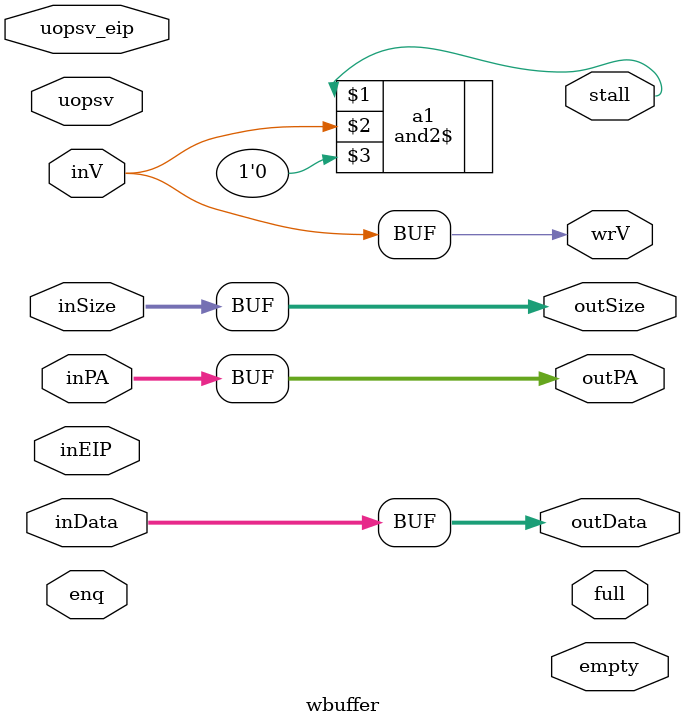
<source format=v>


module write_back(
output [31:0] gpr_data, output [15:0] segr_data, output [63:0] xmm_data, 
output [31:0] mem_data, output [2:0] gpr_dr,     output [2:0] seg_dr,
output [2:0]  xmm_dr,   output [14:0] mem_addr,  output grpWen, 
output segWen, output xmmWen, output wrV, output [31:0] EIP, output [31:0] EFlag, output v,
output [1:0] mem_size, output [1:0] opSize, output stall, output wbR,
output o_inv,
input [52:0] i_CS,       input [31:0] i_data1,    input [31:0] i_data2,    
input [31:0] i_EIP,      input [31:0] i_nEIP,     
input [14:0] i_PA1,      input [14:0] i_PA2,      input [14:0] i_PA3,      
input [14:0] i_PA4,      input [1:0]  i_size1,    input [1:0]  i_size2,
input [5:0]  i_eflags,   input [1:0]  i_opSize,   
input [2:0]  i_dr1,      input [2:0]  i_dr2,      input [2:0]  i_drSeg,    
input [1:0]  i_spill,    input        i_Dflag,    input        i_v, 
input clk,  input rst,  input istall,  input empty);
/*memAddr, memData, wbR, i_EIP, memSize, wbV, uops_v, uops_v_eip, full, empty, mem_addr, mem_data, mem_size, wrV, istall*/
  parameter IDLE = 2'b0, TWOR = 2'b1, TWOM = 2'b10, TWOM_SP=2'b11;
  
wire [1:0] dr1Wen, dr2Wen, segDWen, memWen, xmmOp, uOpNo;
wire [2:0] aluOp;
wire r1Ren, r2Ren, segR1Ren, segR2Ren, memRen, passAB, lastuop, isJMP, isCALL, isPUSH, isPOP, isEXCH, isCMPE, isSIMD, isSAT, isSHUF, isDAA, isRET;
wire [5:0] flags_mod, flags_cmp, flags_used;

  assign r1Ren      = i_CS[0];   //
  assign r2Ren      = i_CS[1];   //
  assign segR1Ren   = i_CS[2];     //
  assign segR2Ren   = i_CS[3];     //
  assign memRen     = i_CS[4]; 
  assign dr1Wen     = i_CS[6:5]; 
  assign dr2Wen     = i_CS[8:7]; 
  assign segDWen    = i_CS[10:9]; 
  assign memWen     = i_CS[12:11]; 
  assign xmmOp      = i_CS[14:13]; //
  assign uOpNo      = i_CS[16:15]; 
  assign aluOp      = i_CS[19:17]; 
  assign passAB     = i_CS[20]; 
  assign lastuop    = i_CS[21]; 
  assign isJMP      = i_CS[22];    //
  assign isCALL     = i_CS[23]; 
  assign isPUSH     = i_CS[24]; 
  assign isPOP      = i_CS[25]; 
  assign isEXCH     = i_CS[26]; 
  assign isCMPE     = i_CS[27]; 
  assign isSIMD     = i_CS[28]; 
  assign isSAT      = i_CS[29]; 
  assign isSHUF     = i_CS[30]; 
  assign isDAA      = i_CS[31]; 
  assign isRET      = i_CS[32]; 
  assign isCMPS     = i_CS[33];
  assign flags_mod  = i_CS[39:34];
  assign flags_cmp  = i_CS[45:40];
  assign flags_used = i_CS[51:46];
  assign interrupt  = i_CS[48];

  //assign o_CS = {i_CS[38:15],o_memWen, o_drSegWen, o_dr2Wen, o_dr1Wen,i_CS[6:0]};
  assign EIP = i_nEIP;
  assign EFlag = {25'b0,i_Dflag,i_eflags};
  //assign o_Dflag = i_Dflag;
  //assign o_drSeg = i_drSeg;
  assign v = i_v;
  assign opSize = i_opSize;

  wire t1, t2, tstall;
  wire dr1w, dr2w, tworeg, zz, ntwomem, zo, oo;
  wire [1:0] n_spill, n_memWen, cst, next, nst;

  // Next State Logic
  nor2$ n1(dr1w, dr1Wen[0], dr1Wen[1]);
  nor2$ n2(dr2w, dr2Wen[0], dr2Wen[1]);
  nor2$ n3(tworeg, dr1w, dr2w);
  invn #(2) i1(i_spill, n_spill);
  invn #(2) i2(memWen, n_memWen);
  or2$ o1(zz, tworeg, i_spill[0]);
  nand2$ n4(ntwomem, memWen[1], memWen[0]);
  nor2$ n5(zo, ntwomem, i_spill[0]);
  inv1$ i3(oo, ntwomem);
  mux4n #(2) mn1({zo,zz}, {oo,1'b0}, {i_spill[1],i_spill[1]}, IDLE, cst, nst);
  mux2n #(2) mn2(nst, cst, istall, next); 
  or3$ o5(tstall, next[1], next[0], istall);
  and2$ a10(stall, tstall, i_v);

  // Current State Logic  
  dffn #(2) state1(next, clk, rst, cst);

  // Output Logic
  //gpr write
  wire [1:0] drWen;
  mux3n #(3) m1(i_dr1, i_dr2, i_dr2, {cst[0],dr1w}, gpr_dr);
  mux3n #(2) m2(dr1Wen, dr2Wen, dr2Wen, {cst[0],dr1w}, drWen);
  or2$ o3(grpWen_t, drWen[0], drWen[1]);
  and2$ a2(grpWen, grpWen_t, i_v);
  mux2n #(32) m3(i_data1, i_data2, drWen[1], gpr_data);

  //Segr write
  or2$ o4(segWen_t, segDWen[0], segDWen[1]);
  and2$ a3(segWen, segWen_t, i_v);
  mux2n #(16) m4(i_data1[15:0], i_data2[15:0], segDWen[1], segr_data);
  assign seg_dr = i_drSeg;
  wire eq;
  comp_eq3 com(seg_dr, 3'b0, eq);
  and2$ a12(o_inv, eq, segWen);

  //xmmr write
  assign xmm_data = {i_data1,i_data2};
  assign xmm_dr = i_dr1;
  and2$ a11(xmmWen, dr2Wen[0], xmmOp[1]);

  //mem write
  wire [1:0] sp1size, sp2size, spl1size, spl2size, ret1size, ret2size;
  wire [31:0] data, st1Data, st2Data, st3Data, st4Data;
  wire [15:0] data16;
  wire uop0;
  wire [1:0] st1Sel, st2Sel, st3Sel, st4Sel;
  wire sel16;
  and2n #(2) a4({i_spill[0],i_spill[0]}, i_size1, sp1size);
  and2n #(2) a5({i_spill[1],i_spill[1]}, i_size2, sp2size);
  
  and2$ a6(spl1size[0], sp1size[0], i_opSize[0]);
  assign spl1size[1] = sp1size[1];  
  and2$ a7(spl2size[0], sp2size[0], i_opSize[0]);
  assign spl2size[1] = sp2size[1];
  
  xor2$ x1(t1, sp1size[0], sp1size[1]);
  and2$ a8(ret1size[1], t1, i_opSize[0]);
  assign ret1size[0] = sp1size[0];
  xor2$ x2(t2, sp2size[0], sp2size[1]);
  and2$ a9(ret2size[1], t1, i_opSize[0]);
  assign ret2size[0] = sp2size[0];
  
  mux2n #(32) m5(i_data2, i_data1, memWen[0], data);
  mux2n #(16) m6(16'b0, data[23:8], i_opSize[0], data16);
  mux4n #(32) 
              ma(data, {24'b0,data[7:0]}, {16'b0,data[15:0]}, {8'b0,data[23:0]}, ret1size, st1Data),
              mb({24'b0,data[15:8]}, {24'b0,data[31:24]}, {16'b0,data[31:16]}, {8'b0,data[31:8]}, spl1size, st2Data),
              mc(i_data2, {24'b0,i_data2[7:0]}, {16'b0,i_data2[15:0]}, {8'b0,i_data2[23:0]}, ret2size, st3Data),
              md({24'b0,i_data2[15:8]}, {24'b0,i_data2[31:24]}, {16'b0,i_data2[31:16]}, {8'b0,i_data2[31:8]}, spl2size, st4Data);
  mux2$ m10(sel16, 1'b0, i_opSize[1], i_opSize[0]);
  mux4n #(2) me(i_opSize, 2'b1, 2'b10, 2'b11, ret1size, st1Sel),
             mf(2'b1, 2'b1, 2'b10, 2'b11, spl1size, st2Sel),
             mg(i_opSize, 2'b1, 2'b10, 2'b11, ret2size, st3Sel),
             mh(2'b1, 2'b1, 2'b10, 2'b11, spl2size, st4Sel);
  mux4n #(32) m7(st1Data, st2Data, st3Data, st4Data, cst, mem_data);
  mux4n #(2)  m8(st1Sel, st2Sel, st3Sel, st4Sel, cst, mem_size);
  mux4n #(15) m9(i_PA1, i_PA2, i_PA3, i_PA4, cst, mem_addr);

  mux2$ m(wbV, memWen[0], memWen[1], cst[1]);
  xor2$ x3(t2, uOpNo[0], 1'b0),
        x4(t3, uOpNo[1], 1'b0);
  nor2$ n6(uop0, t2, t3);
  //or3$ o6(wbR, uop0, lastuop, uops_v); // test this for current enquing valid uop
  //wbuffer write_buffer(memAddr, memData, wbR, i_EIP, memSize, wbV, uops_v, uops_v_eip, full, empty, mem_addr, mem_data, mem_size, wrV, istall);

endmodule

module wbuffer(inPA, inData, inV, inEIP, inSize, enq, uopsv, uopsv_eip, full, empty, outPA, outData, outSize, wrV, stall);


  input [14:0] inPA;
  input [31:0] inData, inEIP, uopsv_eip;
  input inV, enq, uopsv;
  input [1:0] inSize;
  output [14:0] outPA;
  output [31:0] outData;
  output [1:0] outSize;
  output full, empty, wrV, stall;

  assign outPA = inPA;
  assign outData = inData;
  assign outSize = inSize;
  assign wrV = inV;
  and2$ a1(stall, inV, 1'b0);

endmodule
</source>
